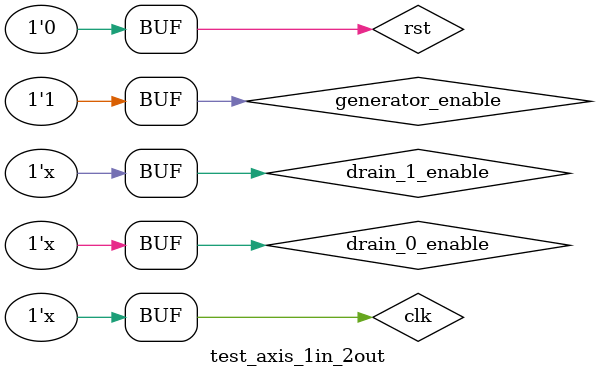
<source format=sv>
`timescale 1ns / 1ps


module test_axis_1in_2out;
	parameter DATA_WIDTH=16;
	parameter PERIOD=10;
	parameter USE_SPL=0;
	parameter USE_SEP=1;
	
	reg clk, rst;
	
	reg generator_enable;
	wire gen_valid, gen_ready;
	wire[DATA_WIDTH-1:0] gen_data;
	
	wire splitter_0_valid, splitter_0_ready;
	wire[DATA_WIDTH-1:0] splitter_0_data;
	
	wire splitter_1_valid, splitter_1_ready;
	wire[DATA_WIDTH-1:0] splitter_1_data;
	
	reg drain_0_enable, drain_1_enable;
	
	always #(PERIOD) clk = ~clk;
	
	initial begin
		generator_enable = 0;
		drain_0_enable = 0;
		drain_1_enable = 0;
		clk = 0;
		rst = 1;
		#(PERIOD*2)
		#(PERIOD/2)
		rst = 0;
		generator_enable = 1;
	end
	
	always begin
		#(PERIOD*2)
		drain_0_enable = ~drain_0_enable;
	end
	
	always begin
		#(PERIOD*3)
		drain_1_enable = ~drain_1_enable;
	end
	
	
	
	
	helper_axis_generator #(.DATA_WIDTH(DATA_WIDTH)) GEN
		(
			.clk(clk), .rst(rst), .enable(generator_enable),
			.output_valid(gen_valid),
			.output_data(gen_data),
			.output_ready(gen_ready)
		);
		
	if (USE_SPL == 1) begin: gen_splitter
		axis_splitter_2 #(.DATA_WIDTH(DATA_WIDTH)) SPLITTER
			(
				.clk(clk), .rst(rst),
				.input_valid(gen_valid),
				.input_data(gen_data),
				.input_ready(gen_ready),
				.output_0_valid(splitter_0_valid),
				.output_0_data(splitter_0_data),
				.output_0_ready(splitter_0_ready),
				.output_1_valid(splitter_1_valid),
				.output_1_data(splitter_1_data),
				.output_1_ready(splitter_1_ready)
			);
	end

	if (USE_SEP == 1) begin: gen_separator
		axis_separator #(.DATA_WIDTH(DATA_WIDTH), .TO_PORT_ZERO(17), .TO_PORT_ONE(5)) separator
			(
				.clk(clk), .rst(rst),
				.input_valid(gen_valid),
				.input_data(gen_data),
				.input_ready(gen_ready),
				.output_0_valid(splitter_0_valid),
				.output_0_data(splitter_0_data),
				.output_0_ready(splitter_0_ready),
				.output_1_valid(splitter_1_valid),
				.output_1_data(splitter_1_data),
				.output_1_ready(splitter_1_ready)
			);
	end
	
	helper_axis_drain #(.DATA_WIDTH(DATA_WIDTH)) DRAIN_0
		(
			.clk(clk), .rst(rst), .enable(drain_0_enable),
			.input_valid(splitter_0_valid),
			.input_ready(splitter_0_ready),
			.input_data(splitter_0_data)
		);
		
	helper_axis_drain #(.DATA_WIDTH(DATA_WIDTH)) DRAIN_1
		(
			.clk(clk), .rst(rst), .enable(drain_1_enable),
			.input_valid(splitter_1_valid),
			.input_ready(splitter_1_ready),
			.input_data(splitter_1_data)
		);
	

endmodule

</source>
